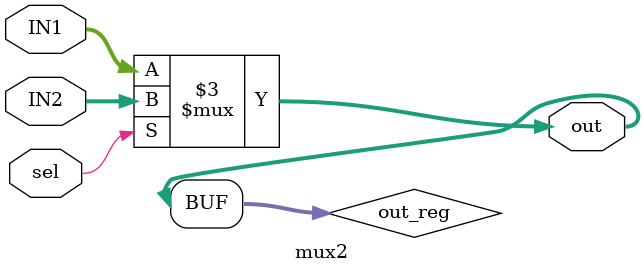
<source format=v>
module mux2
#(parameter WIDTH1 =32,
parameter WIDTH2 =32,
parameter WIDTH3 = 32
)


(

input wire sel,
input wire [WIDTH1-1:0] IN1,
input wire [WIDTH2-1:0] IN2,
output wire [WIDTH3-1:0] out

);

reg [WIDTH3-1:0] out_reg;
assign out = out_reg;

always @ (*)

begin


if(sel)

begin

out_reg = IN2; 

end 


else


begin 

out_reg = IN1;


end 

end 

endmodule
</source>
